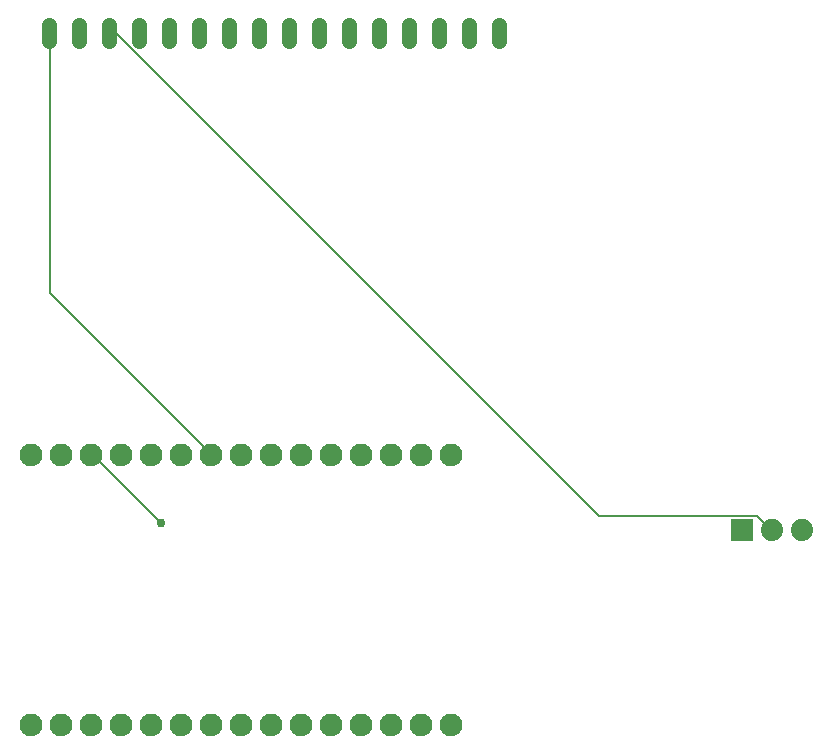
<source format=gbr>
G04 EAGLE Gerber RS-274X export*
G75*
%MOMM*%
%FSLAX34Y34*%
%LPD*%
%INBottom Copper*%
%IPPOS*%
%AMOC8*
5,1,8,0,0,1.08239X$1,22.5*%
G01*
%ADD10C,1.930400*%
%ADD11R,1.879600X1.879600*%
%ADD12C,1.879600*%
%ADD13C,1.308000*%
%ADD14C,0.152400*%
%ADD15C,0.756400*%


D10*
X115571Y345964D03*
X140971Y345964D03*
X166371Y345964D03*
X191771Y345964D03*
X217171Y345964D03*
X242571Y345964D03*
X267971Y345964D03*
X293371Y345964D03*
X318771Y345964D03*
X344171Y345964D03*
X369571Y345964D03*
X394971Y345964D03*
X420371Y345964D03*
X445771Y345964D03*
X471171Y345964D03*
X115571Y574564D03*
X140971Y574564D03*
X166371Y574564D03*
X191771Y574564D03*
X217171Y574564D03*
X242571Y574564D03*
X267971Y574564D03*
X293371Y574564D03*
X318771Y574564D03*
X344171Y574564D03*
X369571Y574564D03*
X394971Y574564D03*
X420371Y574564D03*
X445771Y574564D03*
X471171Y574564D03*
D11*
X717277Y510393D03*
D12*
X742677Y510393D03*
X768077Y510393D03*
D13*
X130800Y924960D02*
X130800Y938040D01*
X156200Y938040D02*
X156200Y924960D01*
X181600Y924960D02*
X181600Y938040D01*
X207000Y938040D02*
X207000Y924960D01*
X232400Y924960D02*
X232400Y938040D01*
X257800Y938040D02*
X257800Y924960D01*
X283200Y924960D02*
X283200Y938040D01*
X308600Y938040D02*
X308600Y924960D01*
X334000Y924960D02*
X334000Y938040D01*
X359400Y938040D02*
X359400Y924960D01*
X384800Y924960D02*
X384800Y938040D01*
X410200Y938040D02*
X410200Y924960D01*
X435600Y924960D02*
X435600Y938040D01*
X461000Y938040D02*
X461000Y924960D01*
X486400Y924960D02*
X486400Y938040D01*
X511800Y938040D02*
X511800Y924960D01*
D14*
X167640Y574548D02*
X225552Y516636D01*
X167640Y574548D02*
X166371Y574564D01*
D15*
X225552Y516636D03*
D14*
X131064Y711708D02*
X131064Y931164D01*
X131064Y711708D02*
X266700Y576072D01*
X131064Y931164D02*
X130800Y931500D01*
X266700Y576072D02*
X267971Y574564D01*
X187452Y931164D02*
X182880Y931164D01*
X187452Y931164D02*
X595884Y522732D01*
X729996Y522732D01*
X742188Y510540D01*
X182880Y931164D02*
X181600Y931500D01*
X742188Y510540D02*
X742677Y510393D01*
M02*

</source>
